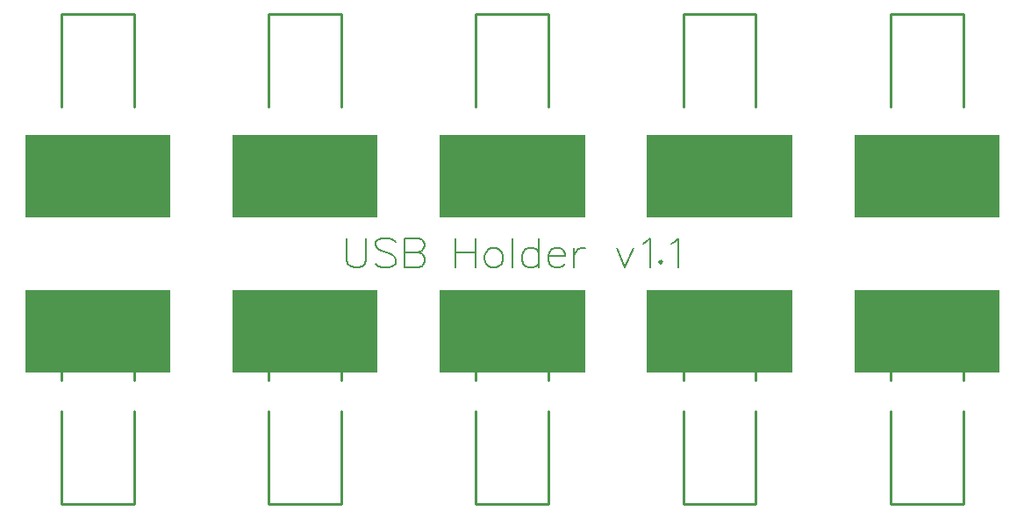
<source format=gto>
G04 Layer: TopSilkscreenLayer*
G04 EasyEDA v6.5.9, 2022-09-16 17:49:15*
G04 a67cddfb3fce44daa9051d46cbbcc19f,10*
G04 Gerber Generator version 0.2*
G04 Scale: 100 percent, Rotated: No, Reflected: No *
G04 Dimensions in millimeters *
G04 leading zeros omitted , absolute positions ,4 integer and 5 decimal *
%FSLAX45Y45*%
%MOMM*%

%ADD10C,0.2032*%
%ADD11C,0.1524*%
%ADD12C,0.2540*%

%LPD*%
D10*
X3400043Y2202687D02*
G01*
X3400043Y1998218D01*
X3413506Y1957323D01*
X3440938Y1929892D01*
X3481831Y1916429D01*
X3509009Y1916429D01*
X3549904Y1929892D01*
X3577336Y1957323D01*
X3590797Y1998218D01*
X3590797Y2202687D01*
X3871722Y2161794D02*
G01*
X3844543Y2188971D01*
X3803650Y2202687D01*
X3749040Y2202687D01*
X3708145Y2188971D01*
X3680968Y2161794D01*
X3680968Y2134615D01*
X3694429Y2107184D01*
X3708145Y2093721D01*
X3735324Y2080005D01*
X3817365Y2052828D01*
X3844543Y2039112D01*
X3858259Y2025395D01*
X3871722Y1998218D01*
X3871722Y1957323D01*
X3844543Y1929892D01*
X3803650Y1916429D01*
X3749040Y1916429D01*
X3708145Y1929892D01*
X3680968Y1957323D01*
X3961891Y2202687D02*
G01*
X3961891Y1916429D01*
X3961891Y2202687D02*
G01*
X4084574Y2202687D01*
X4125468Y2188971D01*
X4139184Y2175510D01*
X4152645Y2148078D01*
X4152645Y2120900D01*
X4139184Y2093721D01*
X4125468Y2080005D01*
X4084574Y2066289D01*
X3961891Y2066289D02*
G01*
X4084574Y2066289D01*
X4125468Y2052828D01*
X4139184Y2039112D01*
X4152645Y2011934D01*
X4152645Y1970786D01*
X4139184Y1943607D01*
X4125468Y1929892D01*
X4084574Y1916429D01*
X3961891Y1916429D01*
X4452620Y2202687D02*
G01*
X4452620Y1916429D01*
X4643627Y2202687D02*
G01*
X4643627Y1916429D01*
X4452620Y2066289D02*
G01*
X4643627Y2066289D01*
X4801870Y2107184D02*
G01*
X4774438Y2093721D01*
X4747259Y2066289D01*
X4733543Y2025395D01*
X4733543Y1998218D01*
X4747259Y1957323D01*
X4774438Y1929892D01*
X4801870Y1916429D01*
X4842763Y1916429D01*
X4869941Y1929892D01*
X4897374Y1957323D01*
X4910836Y1998218D01*
X4910836Y2025395D01*
X4897374Y2066289D01*
X4869941Y2093721D01*
X4842763Y2107184D01*
X4801870Y2107184D01*
X5001006Y2202687D02*
G01*
X5001006Y1916429D01*
X5254497Y2202687D02*
G01*
X5254497Y1916429D01*
X5254497Y2066289D02*
G01*
X5227320Y2093721D01*
X5199888Y2107184D01*
X5158993Y2107184D01*
X5131815Y2093721D01*
X5104638Y2066289D01*
X5090922Y2025395D01*
X5090922Y1998218D01*
X5104638Y1957323D01*
X5131815Y1929892D01*
X5158993Y1916429D01*
X5199888Y1916429D01*
X5227320Y1929892D01*
X5254497Y1957323D01*
X5344413Y2025395D02*
G01*
X5508243Y2025395D01*
X5508243Y2052828D01*
X5494527Y2080005D01*
X5480811Y2093721D01*
X5453634Y2107184D01*
X5412740Y2107184D01*
X5385561Y2093721D01*
X5358129Y2066289D01*
X5344413Y2025395D01*
X5344413Y1998218D01*
X5358129Y1957323D01*
X5385561Y1929892D01*
X5412740Y1916429D01*
X5453634Y1916429D01*
X5480811Y1929892D01*
X5508243Y1957323D01*
X5598159Y2107184D02*
G01*
X5598159Y1916429D01*
X5598159Y2025395D02*
G01*
X5611875Y2066289D01*
X5639054Y2093721D01*
X5666231Y2107184D01*
X5707379Y2107184D01*
X6007354Y2107184D02*
G01*
X6089141Y1916429D01*
X6170929Y2107184D02*
G01*
X6089141Y1916429D01*
X6260845Y2148078D02*
G01*
X6288277Y2161794D01*
X6329172Y2202687D01*
X6329172Y1916429D01*
X6432804Y1984502D02*
G01*
X6419088Y1970786D01*
X6432804Y1957323D01*
X6446265Y1970786D01*
X6432804Y1984502D01*
X6536436Y2148078D02*
G01*
X6563613Y2161794D01*
X6604508Y2202687D01*
X6604508Y1916429D01*
D11*
X974600Y1173098D02*
G01*
X974600Y1095120D01*
X979680Y1079627D01*
X990094Y1069212D01*
X1005842Y1064132D01*
X1016256Y1064132D01*
X1031750Y1069212D01*
X1042164Y1079627D01*
X1047244Y1095120D01*
X1047244Y1173098D01*
X1154432Y1157604D02*
G01*
X1144018Y1168019D01*
X1128270Y1173098D01*
X1107696Y1173098D01*
X1091948Y1168019D01*
X1081534Y1157604D01*
X1081534Y1147190D01*
X1086868Y1136777D01*
X1091948Y1131443D01*
X1102362Y1126362D01*
X1133604Y1115948D01*
X1144018Y1110869D01*
X1149098Y1105535D01*
X1154432Y1095120D01*
X1154432Y1079627D01*
X1144018Y1069212D01*
X1128270Y1064132D01*
X1107696Y1064132D01*
X1091948Y1069212D01*
X1081534Y1079627D01*
X1188722Y1173098D02*
G01*
X1188722Y1064132D01*
X1188722Y1173098D02*
G01*
X1235458Y1173098D01*
X1250952Y1168019D01*
X1256286Y1162685D01*
X1261366Y1152270D01*
X1261366Y1141856D01*
X1256286Y1131443D01*
X1250952Y1126362D01*
X1235458Y1121282D01*
X1188722Y1121282D02*
G01*
X1235458Y1121282D01*
X1250952Y1115948D01*
X1256286Y1110869D01*
X1261366Y1100454D01*
X1261366Y1084706D01*
X1256286Y1074293D01*
X1250952Y1069212D01*
X1235458Y1064132D01*
X1188722Y1064132D01*
X1295656Y1152270D02*
G01*
X1306070Y1157604D01*
X1321564Y1173098D01*
X1321564Y1064132D01*
X2974599Y1173098D02*
G01*
X2974599Y1095120D01*
X2979679Y1079627D01*
X2990093Y1069212D01*
X3005841Y1064132D01*
X3016255Y1064132D01*
X3031749Y1069212D01*
X3042163Y1079627D01*
X3047243Y1095120D01*
X3047243Y1173098D01*
X3154431Y1157604D02*
G01*
X3144017Y1168019D01*
X3128269Y1173098D01*
X3107695Y1173098D01*
X3091947Y1168019D01*
X3081533Y1157604D01*
X3081533Y1147190D01*
X3086867Y1136777D01*
X3091947Y1131443D01*
X3102361Y1126362D01*
X3133603Y1115948D01*
X3144017Y1110869D01*
X3149097Y1105535D01*
X3154431Y1095120D01*
X3154431Y1079627D01*
X3144017Y1069212D01*
X3128269Y1064132D01*
X3107695Y1064132D01*
X3091947Y1069212D01*
X3081533Y1079627D01*
X3188721Y1173098D02*
G01*
X3188721Y1064132D01*
X3188721Y1173098D02*
G01*
X3235457Y1173098D01*
X3250951Y1168019D01*
X3256285Y1162685D01*
X3261365Y1152270D01*
X3261365Y1141856D01*
X3256285Y1131443D01*
X3250951Y1126362D01*
X3235457Y1121282D01*
X3188721Y1121282D02*
G01*
X3235457Y1121282D01*
X3250951Y1115948D01*
X3256285Y1110869D01*
X3261365Y1100454D01*
X3261365Y1084706D01*
X3256285Y1074293D01*
X3250951Y1069212D01*
X3235457Y1064132D01*
X3188721Y1064132D01*
X3300989Y1147190D02*
G01*
X3300989Y1152270D01*
X3306069Y1162685D01*
X3311149Y1168019D01*
X3321563Y1173098D01*
X3342391Y1173098D01*
X3352805Y1168019D01*
X3358139Y1162685D01*
X3363219Y1152270D01*
X3363219Y1141856D01*
X3358139Y1131443D01*
X3347725Y1115948D01*
X3295655Y1064132D01*
X3368299Y1064132D01*
X4974600Y1173098D02*
G01*
X4974600Y1095120D01*
X4979680Y1079627D01*
X4990094Y1069212D01*
X5005842Y1064132D01*
X5016256Y1064132D01*
X5031750Y1069212D01*
X5042164Y1079627D01*
X5047244Y1095120D01*
X5047244Y1173098D01*
X5154432Y1157604D02*
G01*
X5144018Y1168019D01*
X5128270Y1173098D01*
X5107696Y1173098D01*
X5091948Y1168019D01*
X5081534Y1157604D01*
X5081534Y1147190D01*
X5086868Y1136777D01*
X5091948Y1131443D01*
X5102362Y1126362D01*
X5133604Y1115948D01*
X5144018Y1110869D01*
X5149098Y1105535D01*
X5154432Y1095120D01*
X5154432Y1079627D01*
X5144018Y1069212D01*
X5128270Y1064132D01*
X5107696Y1064132D01*
X5091948Y1069212D01*
X5081534Y1079627D01*
X5188722Y1173098D02*
G01*
X5188722Y1064132D01*
X5188722Y1173098D02*
G01*
X5235458Y1173098D01*
X5250952Y1168019D01*
X5256286Y1162685D01*
X5261366Y1152270D01*
X5261366Y1141856D01*
X5256286Y1131443D01*
X5250952Y1126362D01*
X5235458Y1121282D01*
X5188722Y1121282D02*
G01*
X5235458Y1121282D01*
X5250952Y1115948D01*
X5256286Y1110869D01*
X5261366Y1100454D01*
X5261366Y1084706D01*
X5256286Y1074293D01*
X5250952Y1069212D01*
X5235458Y1064132D01*
X5188722Y1064132D01*
X5306070Y1173098D02*
G01*
X5363220Y1173098D01*
X5331978Y1131443D01*
X5347726Y1131443D01*
X5358140Y1126362D01*
X5363220Y1121282D01*
X5368300Y1105535D01*
X5368300Y1095120D01*
X5363220Y1079627D01*
X5352806Y1069212D01*
X5337312Y1064132D01*
X5321564Y1064132D01*
X5306070Y1069212D01*
X5300990Y1074293D01*
X5295656Y1084706D01*
X6974598Y1173098D02*
G01*
X6974598Y1095120D01*
X6979678Y1079627D01*
X6990092Y1069212D01*
X7005840Y1064132D01*
X7016254Y1064132D01*
X7031748Y1069212D01*
X7042162Y1079627D01*
X7047242Y1095120D01*
X7047242Y1173098D01*
X7154430Y1157604D02*
G01*
X7144016Y1168019D01*
X7128268Y1173098D01*
X7107694Y1173098D01*
X7091946Y1168019D01*
X7081532Y1157604D01*
X7081532Y1147190D01*
X7086866Y1136777D01*
X7091946Y1131443D01*
X7102360Y1126362D01*
X7133602Y1115948D01*
X7144016Y1110869D01*
X7149096Y1105535D01*
X7154430Y1095120D01*
X7154430Y1079627D01*
X7144016Y1069212D01*
X7128268Y1064132D01*
X7107694Y1064132D01*
X7091946Y1069212D01*
X7081532Y1079627D01*
X7188720Y1173098D02*
G01*
X7188720Y1064132D01*
X7188720Y1173098D02*
G01*
X7235456Y1173098D01*
X7250950Y1168019D01*
X7256284Y1162685D01*
X7261364Y1152270D01*
X7261364Y1141856D01*
X7256284Y1131443D01*
X7250950Y1126362D01*
X7235456Y1121282D01*
X7188720Y1121282D02*
G01*
X7235456Y1121282D01*
X7250950Y1115948D01*
X7256284Y1110869D01*
X7261364Y1100454D01*
X7261364Y1084706D01*
X7256284Y1074293D01*
X7250950Y1069212D01*
X7235456Y1064132D01*
X7188720Y1064132D01*
X7347724Y1173098D02*
G01*
X7295654Y1100454D01*
X7373632Y1100454D01*
X7347724Y1173098D02*
G01*
X7347724Y1064132D01*
X8974599Y1173098D02*
G01*
X8974599Y1095120D01*
X8979679Y1079627D01*
X8990093Y1069212D01*
X9005841Y1064132D01*
X9016255Y1064132D01*
X9031749Y1069212D01*
X9042163Y1079627D01*
X9047243Y1095120D01*
X9047243Y1173098D01*
X9154431Y1157604D02*
G01*
X9144017Y1168019D01*
X9128269Y1173098D01*
X9107695Y1173098D01*
X9091947Y1168019D01*
X9081533Y1157604D01*
X9081533Y1147190D01*
X9086867Y1136777D01*
X9091947Y1131443D01*
X9102361Y1126362D01*
X9133603Y1115948D01*
X9144017Y1110869D01*
X9149097Y1105535D01*
X9154431Y1095120D01*
X9154431Y1079627D01*
X9144017Y1069212D01*
X9128269Y1064132D01*
X9107695Y1064132D01*
X9091947Y1069212D01*
X9081533Y1079627D01*
X9188721Y1173098D02*
G01*
X9188721Y1064132D01*
X9188721Y1173098D02*
G01*
X9235457Y1173098D01*
X9250951Y1168019D01*
X9256285Y1162685D01*
X9261365Y1152270D01*
X9261365Y1141856D01*
X9256285Y1131443D01*
X9250951Y1126362D01*
X9235457Y1121282D01*
X9188721Y1121282D02*
G01*
X9235457Y1121282D01*
X9250951Y1115948D01*
X9256285Y1110869D01*
X9261365Y1100454D01*
X9261365Y1084706D01*
X9256285Y1074293D01*
X9250951Y1069212D01*
X9235457Y1064132D01*
X9188721Y1064132D01*
X9358139Y1173098D02*
G01*
X9306069Y1173098D01*
X9300989Y1126362D01*
X9306069Y1131443D01*
X9321563Y1136777D01*
X9337311Y1136777D01*
X9352805Y1131443D01*
X9363219Y1121282D01*
X9368299Y1105535D01*
X9368299Y1095120D01*
X9363219Y1079627D01*
X9352805Y1069212D01*
X9337311Y1064132D01*
X9321563Y1064132D01*
X9306069Y1069212D01*
X9300989Y1074293D01*
X9295655Y1084706D01*
X1025400Y2826900D02*
G01*
X1025400Y2904878D01*
X1020320Y2920372D01*
X1009906Y2930786D01*
X994158Y2935866D01*
X983744Y2935866D01*
X968250Y2930786D01*
X957836Y2920372D01*
X952756Y2904878D01*
X952756Y2826900D01*
X845568Y2842394D02*
G01*
X855982Y2831980D01*
X871730Y2826900D01*
X892304Y2826900D01*
X908052Y2831980D01*
X918466Y2842394D01*
X918466Y2852808D01*
X913132Y2863222D01*
X908052Y2868556D01*
X897638Y2873636D01*
X866396Y2884050D01*
X855982Y2889130D01*
X850902Y2894464D01*
X845568Y2904878D01*
X845568Y2920372D01*
X855982Y2930786D01*
X871730Y2935866D01*
X892304Y2935866D01*
X908052Y2930786D01*
X918466Y2920372D01*
X811278Y2826900D02*
G01*
X811278Y2935866D01*
X811278Y2826900D02*
G01*
X764542Y2826900D01*
X749048Y2831980D01*
X743714Y2837314D01*
X738634Y2847728D01*
X738634Y2858142D01*
X743714Y2868556D01*
X749048Y2873636D01*
X764542Y2878716D01*
X811278Y2878716D02*
G01*
X764542Y2878716D01*
X749048Y2884050D01*
X743714Y2889130D01*
X738634Y2899544D01*
X738634Y2915292D01*
X743714Y2925706D01*
X749048Y2930786D01*
X764542Y2935866D01*
X811278Y2935866D01*
X641860Y2842394D02*
G01*
X647194Y2831980D01*
X662688Y2826900D01*
X673102Y2826900D01*
X688850Y2831980D01*
X699010Y2847728D01*
X704344Y2873636D01*
X704344Y2899544D01*
X699010Y2920372D01*
X688850Y2930786D01*
X673102Y2935866D01*
X668022Y2935866D01*
X652274Y2930786D01*
X641860Y2920372D01*
X636780Y2904878D01*
X636780Y2899544D01*
X641860Y2884050D01*
X652274Y2873636D01*
X668022Y2868556D01*
X673102Y2868556D01*
X688850Y2873636D01*
X699010Y2884050D01*
X704344Y2899544D01*
X3025399Y2826900D02*
G01*
X3025399Y2904878D01*
X3020319Y2920372D01*
X3009905Y2930786D01*
X2994157Y2935866D01*
X2983743Y2935866D01*
X2968249Y2930786D01*
X2957835Y2920372D01*
X2952755Y2904878D01*
X2952755Y2826900D01*
X2845567Y2842394D02*
G01*
X2855981Y2831980D01*
X2871729Y2826900D01*
X2892303Y2826900D01*
X2908051Y2831980D01*
X2918465Y2842394D01*
X2918465Y2852808D01*
X2913131Y2863222D01*
X2908051Y2868556D01*
X2897637Y2873636D01*
X2866395Y2884050D01*
X2855981Y2889130D01*
X2850901Y2894464D01*
X2845567Y2904878D01*
X2845567Y2920372D01*
X2855981Y2930786D01*
X2871729Y2935866D01*
X2892303Y2935866D01*
X2908051Y2930786D01*
X2918465Y2920372D01*
X2811277Y2826900D02*
G01*
X2811277Y2935866D01*
X2811277Y2826900D02*
G01*
X2764541Y2826900D01*
X2749047Y2831980D01*
X2743713Y2837314D01*
X2738633Y2847728D01*
X2738633Y2858142D01*
X2743713Y2868556D01*
X2749047Y2873636D01*
X2764541Y2878716D01*
X2811277Y2878716D02*
G01*
X2764541Y2878716D01*
X2749047Y2884050D01*
X2743713Y2889130D01*
X2738633Y2899544D01*
X2738633Y2915292D01*
X2743713Y2925706D01*
X2749047Y2930786D01*
X2764541Y2935866D01*
X2811277Y2935866D01*
X2631699Y2826900D02*
G01*
X2683515Y2935866D01*
X2704343Y2826900D02*
G01*
X2631699Y2826900D01*
X9025399Y2826900D02*
G01*
X9025399Y2904878D01*
X9020319Y2920372D01*
X9009905Y2930786D01*
X8994157Y2935866D01*
X8983743Y2935866D01*
X8968249Y2930786D01*
X8957835Y2920372D01*
X8952755Y2904878D01*
X8952755Y2826900D01*
X8845567Y2842394D02*
G01*
X8855981Y2831980D01*
X8871729Y2826900D01*
X8892303Y2826900D01*
X8908051Y2831980D01*
X8918465Y2842394D01*
X8918465Y2852808D01*
X8913131Y2863222D01*
X8908051Y2868556D01*
X8897637Y2873636D01*
X8866395Y2884050D01*
X8855981Y2889130D01*
X8850901Y2894464D01*
X8845567Y2904878D01*
X8845567Y2920372D01*
X8855981Y2930786D01*
X8871729Y2935866D01*
X8892303Y2935866D01*
X8908051Y2930786D01*
X8918465Y2920372D01*
X8811277Y2826900D02*
G01*
X8811277Y2935866D01*
X8811277Y2826900D02*
G01*
X8764541Y2826900D01*
X8749047Y2831980D01*
X8743713Y2837314D01*
X8738633Y2847728D01*
X8738633Y2858142D01*
X8743713Y2868556D01*
X8749047Y2873636D01*
X8764541Y2878716D01*
X8811277Y2878716D02*
G01*
X8764541Y2878716D01*
X8749047Y2884050D01*
X8743713Y2889130D01*
X8738633Y2899544D01*
X8738633Y2915292D01*
X8743713Y2925706D01*
X8749047Y2930786D01*
X8764541Y2935866D01*
X8811277Y2935866D01*
X8678435Y2826900D02*
G01*
X8693929Y2831980D01*
X8699009Y2842394D01*
X8699009Y2852808D01*
X8693929Y2863222D01*
X8683515Y2868556D01*
X8662687Y2873636D01*
X8647193Y2878716D01*
X8636779Y2889130D01*
X8631699Y2899544D01*
X8631699Y2915292D01*
X8636779Y2925706D01*
X8641859Y2930786D01*
X8657607Y2935866D01*
X8678435Y2935866D01*
X8693929Y2930786D01*
X8699009Y2925706D01*
X8704343Y2915292D01*
X8704343Y2899544D01*
X8699009Y2889130D01*
X8688849Y2878716D01*
X8673101Y2873636D01*
X8652273Y2868556D01*
X8641859Y2863222D01*
X8636779Y2852808D01*
X8636779Y2842394D01*
X8641859Y2831980D01*
X8657607Y2826900D01*
X8678435Y2826900D01*
X7025398Y2826900D02*
G01*
X7025398Y2904878D01*
X7020318Y2920372D01*
X7009904Y2930786D01*
X6994156Y2935866D01*
X6983742Y2935866D01*
X6968248Y2930786D01*
X6957834Y2920372D01*
X6952754Y2904878D01*
X6952754Y2826900D01*
X6845566Y2842394D02*
G01*
X6855980Y2831980D01*
X6871728Y2826900D01*
X6892302Y2826900D01*
X6908050Y2831980D01*
X6918464Y2842394D01*
X6918464Y2852808D01*
X6913130Y2863222D01*
X6908050Y2868556D01*
X6897636Y2873636D01*
X6866394Y2884050D01*
X6855980Y2889130D01*
X6850900Y2894464D01*
X6845566Y2904878D01*
X6845566Y2920372D01*
X6855980Y2930786D01*
X6871728Y2935866D01*
X6892302Y2935866D01*
X6908050Y2930786D01*
X6918464Y2920372D01*
X6811276Y2826900D02*
G01*
X6811276Y2935866D01*
X6811276Y2826900D02*
G01*
X6764540Y2826900D01*
X6749046Y2831980D01*
X6743712Y2837314D01*
X6738632Y2847728D01*
X6738632Y2858142D01*
X6743712Y2868556D01*
X6749046Y2873636D01*
X6764540Y2878716D01*
X6811276Y2878716D02*
G01*
X6764540Y2878716D01*
X6749046Y2884050D01*
X6743712Y2889130D01*
X6738632Y2899544D01*
X6738632Y2915292D01*
X6743712Y2925706D01*
X6749046Y2930786D01*
X6764540Y2935866D01*
X6811276Y2935866D01*
X6636778Y2863222D02*
G01*
X6641858Y2878716D01*
X6652272Y2889130D01*
X6668020Y2894464D01*
X6673100Y2894464D01*
X6688848Y2889130D01*
X6699008Y2878716D01*
X6704342Y2863222D01*
X6704342Y2858142D01*
X6699008Y2842394D01*
X6688848Y2831980D01*
X6673100Y2826900D01*
X6668020Y2826900D01*
X6652272Y2831980D01*
X6641858Y2842394D01*
X6636778Y2863222D01*
X6636778Y2889130D01*
X6641858Y2915292D01*
X6652272Y2930786D01*
X6668020Y2935866D01*
X6678434Y2935866D01*
X6693928Y2930786D01*
X6699008Y2920372D01*
X5025400Y2826900D02*
G01*
X5025400Y2904878D01*
X5020320Y2920372D01*
X5009906Y2930786D01*
X4994158Y2935866D01*
X4983744Y2935866D01*
X4968250Y2930786D01*
X4957836Y2920372D01*
X4952756Y2904878D01*
X4952756Y2826900D01*
X4845568Y2842394D02*
G01*
X4855982Y2831980D01*
X4871730Y2826900D01*
X4892304Y2826900D01*
X4908052Y2831980D01*
X4918466Y2842394D01*
X4918466Y2852808D01*
X4913132Y2863222D01*
X4908052Y2868556D01*
X4897638Y2873636D01*
X4866396Y2884050D01*
X4855982Y2889130D01*
X4850902Y2894464D01*
X4845568Y2904878D01*
X4845568Y2920372D01*
X4855982Y2930786D01*
X4871730Y2935866D01*
X4892304Y2935866D01*
X4908052Y2930786D01*
X4918466Y2920372D01*
X4811278Y2826900D02*
G01*
X4811278Y2935866D01*
X4811278Y2826900D02*
G01*
X4764542Y2826900D01*
X4749048Y2831980D01*
X4743714Y2837314D01*
X4738634Y2847728D01*
X4738634Y2858142D01*
X4743714Y2868556D01*
X4749048Y2873636D01*
X4764542Y2878716D01*
X4811278Y2878716D02*
G01*
X4764542Y2878716D01*
X4749048Y2884050D01*
X4743714Y2889130D01*
X4738634Y2899544D01*
X4738634Y2915292D01*
X4743714Y2925706D01*
X4749048Y2930786D01*
X4764542Y2935866D01*
X4811278Y2935866D01*
X4704344Y2847728D02*
G01*
X4693930Y2842394D01*
X4678436Y2826900D01*
X4678436Y2935866D01*
X4612904Y2826900D02*
G01*
X4628398Y2831980D01*
X4638812Y2847728D01*
X4644146Y2873636D01*
X4644146Y2889130D01*
X4638812Y2915292D01*
X4628398Y2930786D01*
X4612904Y2935866D01*
X4602490Y2935866D01*
X4586996Y2930786D01*
X4576582Y2915292D01*
X4571248Y2889130D01*
X4571248Y2873636D01*
X4576582Y2847728D01*
X4586996Y2831980D01*
X4602490Y2826900D01*
X4612904Y2826900D01*
G36*
X300024Y1700022D02*
G01*
X300024Y900023D01*
X1700022Y900023D01*
X1700022Y1700022D01*
G37*
G36*
X2300020Y1700022D02*
G01*
X2300020Y900023D01*
X3700018Y900023D01*
X3700018Y1700022D01*
G37*
G36*
X4300016Y1700022D02*
G01*
X4300016Y900023D01*
X5700014Y900023D01*
X5700014Y1700022D01*
G37*
G36*
X6300012Y1700022D02*
G01*
X6300012Y900023D01*
X7700009Y900023D01*
X7700009Y1700022D01*
G37*
G36*
X8300008Y1700022D02*
G01*
X8300008Y900023D01*
X9700006Y900023D01*
X9700006Y1700022D01*
G37*
G36*
X300024Y3199993D02*
G01*
X300024Y2399995D01*
X1700022Y2399995D01*
X1700022Y3199993D01*
G37*
G36*
X2300020Y3199993D02*
G01*
X2300020Y2399995D01*
X3700018Y2399995D01*
X3700018Y3199993D01*
G37*
G36*
X4300016Y3199993D02*
G01*
X4300016Y2399995D01*
X5700014Y2399995D01*
X5700014Y3199993D01*
G37*
G36*
X6300012Y3199993D02*
G01*
X6300012Y2399995D01*
X7700009Y2399995D01*
X7700009Y3199993D01*
G37*
G36*
X8300008Y3199993D02*
G01*
X8300008Y2399995D01*
X9700006Y2399995D01*
X9700006Y3199993D01*
G37*
D12*
X650013Y-370027D02*
G01*
X1350012Y-370027D01*
X650013Y989990D02*
G01*
X1350012Y989990D01*
X650013Y989990D02*
G01*
X650013Y831143D01*
X650013Y529026D02*
G01*
X650013Y-370027D01*
X1350012Y989990D02*
G01*
X1350012Y831136D01*
X1350012Y529033D02*
G01*
X1350012Y-370027D01*
X2650012Y-370027D02*
G01*
X3350011Y-370027D01*
X2650012Y989990D02*
G01*
X3350011Y989990D01*
X2650012Y989990D02*
G01*
X2650012Y831143D01*
X2650012Y529026D02*
G01*
X2650012Y-370027D01*
X3350011Y989990D02*
G01*
X3350011Y831136D01*
X3350011Y529033D02*
G01*
X3350011Y-370027D01*
X4650013Y-370027D02*
G01*
X5350012Y-370027D01*
X4650013Y989990D02*
G01*
X5350012Y989990D01*
X4650013Y989990D02*
G01*
X4650013Y831143D01*
X4650013Y529026D02*
G01*
X4650013Y-370027D01*
X5350012Y989990D02*
G01*
X5350012Y831136D01*
X5350012Y529033D02*
G01*
X5350012Y-370027D01*
X6650012Y-370027D02*
G01*
X7350010Y-370027D01*
X6650012Y989990D02*
G01*
X7350010Y989990D01*
X6650012Y989990D02*
G01*
X6650012Y831143D01*
X6650012Y529026D02*
G01*
X6650012Y-370027D01*
X7350010Y989990D02*
G01*
X7350010Y831136D01*
X7350010Y529033D02*
G01*
X7350010Y-370027D01*
X8650013Y-370027D02*
G01*
X9350011Y-370027D01*
X8650013Y989990D02*
G01*
X9350011Y989990D01*
X8650013Y989990D02*
G01*
X8650013Y831143D01*
X8650013Y529026D02*
G01*
X8650013Y-370027D01*
X9350011Y989990D02*
G01*
X9350011Y831136D01*
X9350011Y529033D02*
G01*
X9350011Y-370027D01*
X1349987Y4370026D02*
G01*
X649988Y4370026D01*
X1349987Y3010009D02*
G01*
X649988Y3010009D01*
X1349987Y3010009D02*
G01*
X1349987Y3168855D01*
X1349987Y3470973D02*
G01*
X1349987Y4370026D01*
X649988Y3010009D02*
G01*
X649988Y3168863D01*
X649988Y3470965D02*
G01*
X649988Y4370026D01*
X3349985Y4370026D02*
G01*
X2649987Y4370026D01*
X3349985Y3010009D02*
G01*
X2649987Y3010009D01*
X3349985Y3010009D02*
G01*
X3349985Y3168855D01*
X3349985Y3470973D02*
G01*
X3349985Y4370026D01*
X2649987Y3010009D02*
G01*
X2649987Y3168863D01*
X2649987Y3470965D02*
G01*
X2649987Y4370026D01*
X9349986Y4370026D02*
G01*
X8649987Y4370026D01*
X9349986Y3010009D02*
G01*
X8649987Y3010009D01*
X9349986Y3010009D02*
G01*
X9349986Y3168855D01*
X9349986Y3470973D02*
G01*
X9349986Y4370026D01*
X8649987Y3010009D02*
G01*
X8649987Y3168863D01*
X8649987Y3470965D02*
G01*
X8649987Y4370026D01*
X7349985Y4370026D02*
G01*
X6649986Y4370026D01*
X7349985Y3010009D02*
G01*
X6649986Y3010009D01*
X7349985Y3010009D02*
G01*
X7349985Y3168855D01*
X7349985Y3470973D02*
G01*
X7349985Y4370026D01*
X6649986Y3010009D02*
G01*
X6649986Y3168863D01*
X6649986Y3470965D02*
G01*
X6649986Y4370026D01*
X5349986Y4370026D02*
G01*
X4649988Y4370026D01*
X5349986Y3010009D02*
G01*
X4649988Y3010009D01*
X5349986Y3010009D02*
G01*
X5349986Y3168855D01*
X5349986Y3470973D02*
G01*
X5349986Y4370026D01*
X4649988Y3010009D02*
G01*
X4649988Y3168863D01*
X4649988Y3470965D02*
G01*
X4649988Y4370026D01*
M02*

</source>
